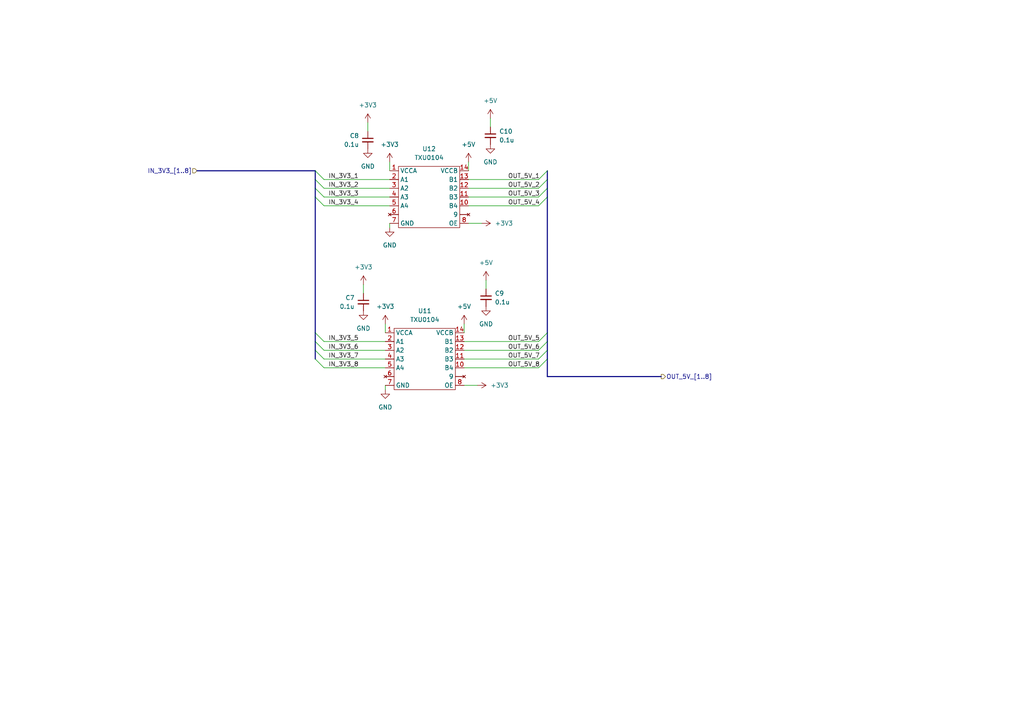
<source format=kicad_sch>
(kicad_sch (version 20211123) (generator eeschema)
  (paper "A4")
  (lib_symbols
    (symbol "Device:C_Small" (pin_numbers hide) (pin_names (offset 0.254) hide)
      (property "Reference" "C" (at 0.254 1.778 0))
      (property "Value" "C_Small" (at 0.254 -2.032 0))
      (symbol "C_Small_0_1"
        (polyline (pts (xy -1.524 -0.508) (xy 1.524 -0.508)) (stroke (width 0.3302)))
        (polyline (pts (xy -1.524 0.508) (xy 1.524 0.508)) (stroke (width 0.3048)))
      )
      (symbol "C_Small_1_1"
        (pin passive line (at 0 2.54 270) (length 2.032) (name "~") (number "1"))
        (pin passive line (at 0 -2.54 90) (length 2.032) (name "~") (number "2"))
      )
    )
    (symbol "power:+3V3" (power) (pin_names (offset 0))
      (property "Value" "+3V3" (at 0 3.556 0))
      (symbol "+3V3_0_1"
        (polyline (pts (xy -0.762 1.27) (xy 0 2.54)))
        (polyline (pts (xy 0 0) (xy 0 2.54)))
        (polyline (pts (xy 0 2.54) (xy 0.762 1.27)))
      )
      (symbol "+3V3_1_1"
        (pin power_in line (at 0 0 90) (length 0) hide (name "+3V3") (number "1"))
      )
    )
    (symbol "power:+5V" (power) (pin_names (offset 0))
      (property "Value" "+5V" (at 0 3.556 0))
      (symbol "+5V_0_1"
        (polyline (pts (xy -0.762 1.27) (xy 0 2.54)))
        (polyline (pts (xy 0 0) (xy 0 2.54)))
        (polyline (pts (xy 0 2.54) (xy 0.762 1.27)))
      )
      (symbol "+5V_1_1"
        (pin power_in line (at 0 0 90) (length 0) hide (name "+5V") (number "1"))
      )
    )
    (symbol "power:GND" (power) (pin_names (offset 0))
      (property "Value" "GND" (at 0 -3.81 0))
      (symbol "GND_0_1"
        (polyline (pts (xy 0 0) (xy 0 -1.27) (xy 1.27 -1.27) (xy 0 -2.54) (xy -1.27 -1.27) (xy 0 -1.27)))
      )
      (symbol "GND_1_1"
        (pin power_in line (at 0 0 270) (length 0) hide (name "GND") (number "1"))
      )
    )
    (symbol "project-components:TXU0104"
      (property "Reference" "U" (at 8.89 11.43 0))
      (property "Value" "TXU0104" (at 5.08 8.89 0))
      (symbol "TXU0104_0_1"
        (rectangle (start -8.89 7.62) (end 8.89 -10.16))
      )
      (symbol "TXU0104_1_1"
        (pin no_connect line (at 11.43 -6.35 180) (length 2.54) (name "9") (number ""))
        (pin power_in line (at -11.43 6.35 0) (length 2.54) (name "VCCA") (number "1"))
        (pin output line (at 11.43 -3.81 180) (length 2.54) (name "B4") (number "10"))
        (pin output line (at 11.43 -1.27 180) (length 2.54) (name "B3") (number "11"))
        (pin output line (at 11.43 1.27 180) (length 2.54) (name "B2") (number "12"))
        (pin output line (at 11.43 3.81 180) (length 2.54) (name "B1") (number "13"))
        (pin power_in line (at 11.43 6.35 180) (length 2.54) (name "VCCB") (number "14"))
        (pin input line (at -11.43 3.81 0) (length 2.54) (name "A1") (number "2"))
        (pin input line (at -11.43 1.27 0) (length 2.54) (name "A2") (number "3"))
        (pin input line (at -11.43 -1.27 0) (length 2.54) (name "A3") (number "4"))
        (pin input line (at -11.43 -3.81 0) (length 2.54) (name "A4") (number "5"))
        (pin no_connect line (at -11.43 -6.35 0) (length 2.54) (name "") (number "6"))
        (pin power_in line (at -11.43 -8.89 0) (length 2.54) (name "GND") (number "7"))
        (pin input line (at 11.43 -8.89 180) (length 2.54) (name "OE") (number "8"))
      )
    )
  )
  (bus_entry (at 158.75 96.52) (size -2.54 2.54))
  (bus_entry (at 158.75 57.15) (size -2.54 2.54))
  (bus_entry (at 158.75 99.06) (size -2.54 2.54))
  (bus_entry (at 91.44 104.14) (size 2.54 2.54))
  (bus_entry (at 91.44 52.07) (size 2.54 2.54))
  (bus_entry (at 158.75 104.14) (size -2.54 2.54))
  (bus_entry (at 91.44 101.6) (size 2.54 2.54))
  (bus_entry (at 91.44 57.15) (size 2.54 2.54))
  (bus_entry (at 91.44 99.06) (size 2.54 2.54))
  (bus_entry (at 158.75 101.6) (size -2.54 2.54))
  (bus_entry (at 91.44 49.53) (size 2.54 2.54))
  (bus_entry (at 158.75 54.61) (size -2.54 2.54))
  (bus_entry (at 91.44 54.61) (size 2.54 2.54))
  (bus_entry (at 91.44 96.52) (size 2.54 2.54))
  (bus_entry (at 158.75 49.53) (size -2.54 2.54))
  (bus_entry (at 158.75 52.07) (size -2.54 2.54))
  (wire (pts (xy 93.98 57.15) (xy 113.03 57.15)))
  (wire (pts (xy 105.41 82.55) (xy 105.41 85.09)))
  (bus (pts (xy 158.75 99.06) (xy 158.75 101.6)))
  (wire (pts (xy 134.62 106.68) (xy 156.21 106.68)))
  (wire (pts (xy 111.76 111.76) (xy 111.76 113.03)))
  (wire (pts (xy 134.62 111.76) (xy 138.43 111.76)))
  (wire (pts (xy 111.76 93.98) (xy 111.76 96.52)))
  (wire (pts (xy 134.62 101.6) (xy 156.21 101.6)))
  (bus (pts (xy 91.44 54.61) (xy 91.44 57.15)))
  (wire (pts (xy 93.98 52.07) (xy 113.03 52.07)))
  (wire (pts (xy 93.98 54.61) (xy 113.03 54.61)))
  (wire (pts (xy 135.89 59.69) (xy 156.21 59.69)))
  (wire (pts (xy 135.89 64.77) (xy 139.7 64.77)))
  (wire (pts (xy 93.98 104.14) (xy 111.76 104.14)))
  (bus (pts (xy 158.75 101.6) (xy 158.75 104.14)))
  (wire (pts (xy 134.62 93.98) (xy 134.62 96.52)))
  (bus (pts (xy 158.75 109.22) (xy 191.77 109.22)))
  (wire (pts (xy 135.89 54.61) (xy 156.21 54.61)))
  (wire (pts (xy 140.97 81.28) (xy 140.97 83.82)))
  (bus (pts (xy 158.75 52.07) (xy 158.75 54.61)))
  (wire (pts (xy 135.89 52.07) (xy 156.21 52.07)))
  (wire (pts (xy 135.89 57.15) (xy 156.21 57.15)))
  (wire (pts (xy 93.98 106.68) (xy 111.76 106.68)))
  (wire (pts (xy 142.24 34.29) (xy 142.24 36.83)))
  (bus (pts (xy 57.15 49.53) (xy 91.44 49.53)))
  (wire (pts (xy 106.68 35.56) (xy 106.68 38.1)))
  (bus (pts (xy 158.75 57.15) (xy 158.75 96.52)))
  (bus (pts (xy 91.44 96.52) (xy 91.44 99.06)))
  (wire (pts (xy 134.62 99.06) (xy 156.21 99.06)))
  (bus (pts (xy 91.44 99.06) (xy 91.44 101.6)))
  (wire (pts (xy 93.98 59.69) (xy 113.03 59.69)))
  (bus (pts (xy 158.75 96.52) (xy 158.75 99.06)))
  (wire (pts (xy 135.89 46.99) (xy 135.89 49.53)))
  (bus (pts (xy 158.75 54.61) (xy 158.75 57.15)))
  (wire (pts (xy 113.03 46.99) (xy 113.03 49.53)))
  (wire (pts (xy 113.03 64.77) (xy 113.03 66.04)))
  (bus (pts (xy 158.75 49.53) (xy 158.75 52.07)))
  (wire (pts (xy 93.98 101.6) (xy 111.76 101.6)))
  (wire (pts (xy 93.98 99.06) (xy 111.76 99.06)))
  (bus (pts (xy 91.44 52.07) (xy 91.44 54.61)))
  (wire (pts (xy 134.62 104.14) (xy 156.21 104.14)))
  (bus (pts (xy 91.44 57.15) (xy 91.44 96.52)))
  (bus (pts (xy 91.44 49.53) (xy 91.44 52.07)))
  (bus (pts (xy 158.75 104.14) (xy 158.75 109.22)))
  (bus (pts (xy 91.44 101.6) (xy 91.44 104.14)))
  (label "OUT_5V_1" (at 147.32 52.07 0))
  (label "OUT_5V_6" (at 147.32 101.6 0))
  (label "IN_3V3_5" (at 95.25 99.06 0))
  (label "OUT_5V_2" (at 147.32 54.61 0))
  (label "IN_3V3_2" (at 95.25 54.61 0))
  (label "OUT_5V_4" (at 147.32 59.69 0))
  (label "IN_3V3_6" (at 95.25 101.6 0))
  (label "OUT_5V_8" (at 147.32 106.68 0))
  (label "IN_3V3_7" (at 95.25 104.14 0))
  (label "IN_3V3_1" (at 95.25 52.07 0))
  (label "IN_3V3_8" (at 95.25 106.68 0))
  (label "IN_3V3_3" (at 95.25 57.15 0))
  (label "IN_3V3_4" (at 95.25 59.69 0))
  (label "OUT_5V_7" (at 147.32 104.14 0))
  (label "OUT_5V_5" (at 147.32 99.06 0))
  (label "OUT_5V_3" (at 147.32 57.15 0))
  (hierarchical_label "IN_3V3_[1..8]" (shape input) (at 57.15 49.53 180))
  (hierarchical_label "OUT_5V_[1..8]" (shape output) (at 191.77 109.22 0))
  (symbol (lib_id "power:+3V3") (at 105.41 82.55 0) (mirror y) (unit 1)
    (property "Reference" "#PWR053" (effects hide))
    (property "Value" "+3V3" (at 105.41 77.47 0))
  )
  (symbol (lib_id "power:GND") (at 140.97 88.9 0) (unit 1)
    (property "Reference" "#PWR066" (effects hide))
    (property "Value" "GND" (at 140.97 93.98 0))
  )
  (symbol (lib_id "power:+3V3") (at 106.68 35.56 0) (mirror y) (unit 1)
    (property "Reference" "#PWR055" (effects hide))
    (property "Value" "+3V3" (at 106.68 30.48 0))
  )
  (symbol (lib_id "power:GND") (at 142.24 41.91 0) (unit 1)
    (property "Reference" "#PWR068" (effects hide))
    (property "Value" "GND" (at 142.24 46.99 0))
  )
  (symbol (lib_id "power:GND") (at 106.68 43.18 0) (unit 1)
    (property "Reference" "#PWR056" (effects hide))
    (property "Value" "GND" (at 106.68 48.26 0))
  )
  (symbol (lib_id "project-components:TXU0104") (at 124.46 55.88 0) (unit 1)
    (property "Reference" "U12" (at 124.46 43.18 0))
    (property "Value" "TXU0104" (at 124.46 45.72 0))
    (property "Footprint" "Package_SO:TSSOP-14_4.4x5mm_P0.65mm" (effects hide))
  )
  (symbol (lib_id "power:GND") (at 113.03 66.04 0) (unit 1)
    (property "Reference" "#PWR060" (effects hide))
    (property "Value" "GND" (at 113.03 71.12 0))
  )
  (symbol (lib_id "power:+5V") (at 140.97 81.28 0) (unit 1)
    (property "Reference" "#PWR065" (effects hide))
    (property "Value" "+5V" (at 140.97 76.2 0))
  )
  (symbol (lib_id "power:+5V") (at 134.62 93.98 0) (unit 1)
    (property "Reference" "#PWR061" (effects hide))
    (property "Value" "+5V" (at 134.62 88.9 0))
  )
  (symbol (lib_id "power:+3V3") (at 139.7 64.77 270) (mirror x) (unit 1)
    (property "Reference" "#PWR064" (effects hide))
    (property "Value" "+3V3" (at 143.51 64.7699 90) (effects (justify left)))
  )
  (symbol (lib_id "Device:C_Small") (at 106.68 40.64 0) (mirror y) (unit 1)
    (property "Reference" "C8" (at 104.14 39.3762 0) (effects (justify left)))
    (property "Value" "0.1u" (at 104.14 41.9162 0) (effects (justify left)))
    (property "Footprint" "Capacitor_SMD:C_0805_2012Metric_Pad1.18x1.45mm_HandSolder" (effects hide))
  )
  (symbol (lib_id "project-components:TXU0104") (at 123.19 102.87 0) (unit 1)
    (property "Reference" "U11" (at 123.19 90.17 0))
    (property "Value" "TXU0104" (at 123.19 92.71 0))
    (property "Footprint" "Package_SO:TSSOP-14_4.4x5mm_P0.65mm" (effects hide))
  )
  (symbol (lib_id "power:GND") (at 111.76 113.03 0) (unit 1)
    (property "Reference" "#PWR058" (effects hide))
    (property "Value" "GND" (at 111.76 118.11 0))
  )
  (symbol (lib_id "power:+3V3") (at 138.43 111.76 270) (mirror x) (unit 1)
    (property "Reference" "#PWR063" (effects hide))
    (property "Value" "+3V3" (at 142.24 111.7599 90) (effects (justify left)))
  )
  (symbol (lib_id "power:+5V") (at 142.24 34.29 0) (unit 1)
    (property "Reference" "#PWR067" (effects hide))
    (property "Value" "+5V" (at 142.24 29.21 0))
  )
  (symbol (lib_id "Device:C_Small") (at 105.41 87.63 0) (mirror y) (unit 1)
    (property "Reference" "C7" (at 102.87 86.3662 0) (effects (justify left)))
    (property "Value" "0.1u" (at 102.87 88.9062 0) (effects (justify left)))
    (property "Footprint" "Capacitor_SMD:C_0805_2012Metric_Pad1.18x1.45mm_HandSolder" (effects hide))
  )
  (symbol (lib_id "power:+5V") (at 135.89 46.99 0) (unit 1)
    (property "Reference" "#PWR062" (effects hide))
    (property "Value" "+5V" (at 135.89 41.91 0))
  )
  (symbol (lib_id "Device:C_Small") (at 140.97 86.36 0) (unit 1)
    (property "Reference" "C9" (at 143.51 85.0962 0) (effects (justify left)))
    (property "Value" "0.1u" (at 143.51 87.6362 0) (effects (justify left)))
    (property "Footprint" "Capacitor_SMD:C_0805_2012Metric_Pad1.18x1.45mm_HandSolder" (effects hide))
  )
  (symbol (lib_id "Device:C_Small") (at 142.24 39.37 0) (unit 1)
    (property "Reference" "C10" (at 144.78 38.1062 0) (effects (justify left)))
    (property "Value" "0.1u" (at 144.78 40.6462 0) (effects (justify left)))
    (property "Footprint" "Capacitor_SMD:C_0805_2012Metric_Pad1.18x1.45mm_HandSolder" (effects hide))
  )
  (symbol (lib_id "power:+3V3") (at 113.03 46.99 0) (unit 1)
    (property "Reference" "#PWR059" (effects hide))
    (property "Value" "+3V3" (at 113.03 41.91 0))
  )
  (symbol (lib_id "power:GND") (at 105.41 90.17 0) (unit 1)
    (property "Reference" "#PWR054" (effects hide))
    (property "Value" "GND" (at 105.41 95.25 0))
  )
  (symbol (lib_id "power:+3V3") (at 111.76 93.98 0) (unit 1)
    (property "Reference" "#PWR057" (effects hide))
    (property "Value" "+3V3" (at 111.76 88.9 0))
  )
)
</source>
